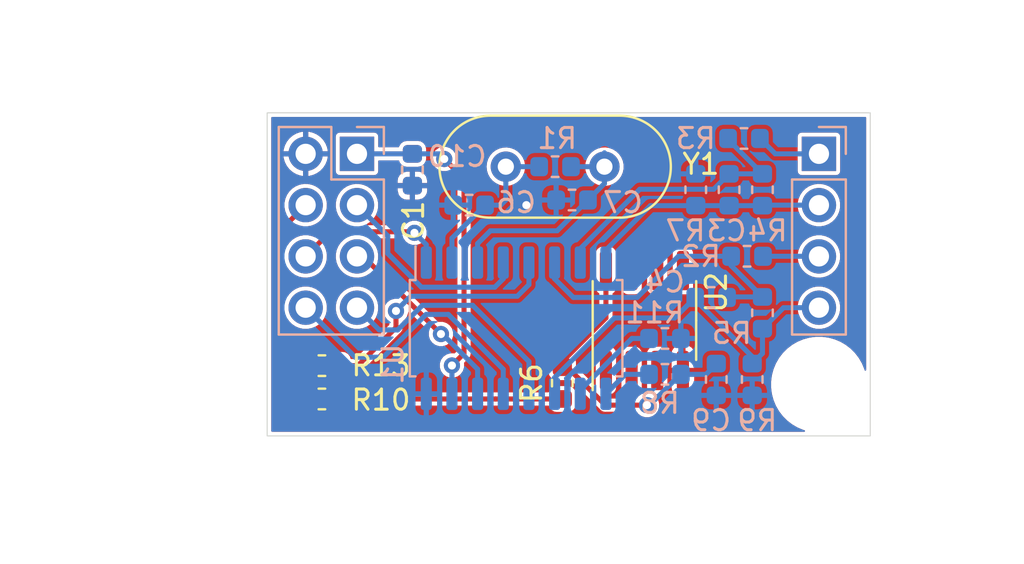
<source format=kicad_pcb>
(kicad_pcb (version 20200628) (host pcbnew "(5.99.0-2364-g42a2f1346)")
  (layers (0 "F.Cu" signal) (31 "B.Cu" signal) (34 "B.Paste" user) (35 "F.Paste" user) (36 "B.SilkS" user) (37 "F.SilkS" user) (38 "B.Mask" user) (39 "F.Mask" user) (44 "Edge.Cuts" user))
  (net 0 "")
  (net 1 "Net-(C3-Pad2)")
  (net 2 "/AIN2-")
  (net 3 "Net-(C4-Pad2)")
  (net 4 "/AIN1+")
  (net 5 "GND")
  (net 6 "+5V")
  (net 7 "Net-(C7-Pad2)")
  (net 8 "Net-(C6-Pad2)")
  (net 9 "Net-(C9-Pad1)")
  (net 10 "/AIN2+")
  (net 11 "/AIN1-")
  (net 12 "/~DRDY")
  (net 13 "/MISO")
  (net 14 "/MOSI")
  (net 15 "/SCLK")
  (net 16 "/~CS")
  (net 17 "/~RESET")
  (net 18 "Net-(R10-Pad2)")
  (net 19 "/V_REF_IN+")
  (net 20 "/V_REF_IN-")
  (module "MountingHole:MountingHole_2.2mm_M2_ISO7380" (layer "F.Cu") (at 134.62 133.35)
    (fp_text reference "H1" hide)
    (fp_text value "MountingHole" hide)
    (pad "" np_thru_hole circle (at 0 0) (size 2.2 2.2) (drill 2.2) (layers *.Cu *.Mask) (clearance 1.27))
  )
  (module "Resistor_SMD:R_0603_1608Metric" (layer "B.Cu") (at 121.5644 122.555)
    (fp_text reference "R1" (at 0.1016 -1.397) (layer "B.SilkS") (effects (justify mirror)))
    (fp_text value "R")
    (fp_line (start -0.162779 -0.51) (end 0.162779 -0.51) (layer "B.SilkS") (width 0.12))
    (fp_line (start -0.162779 0.51) (end 0.162779 0.51) (layer "B.SilkS") (width 0.12))
    (pad "2" smd roundrect (at 0.7875 0) (size 0.875 0.95) (layers "B.Cu" "B.Paste" "B.Mask") (net 7 "Net-(C7-Pad2)"))
    (pad "1" smd roundrect (at -0.7875 0) (size 0.875 0.95) (layers "B.Cu" "B.Paste" "B.Mask") (net 8 "Net-(C6-Pad2)"))
  )
  (module "Crystal:Crystal_HC49-4H_Vertical" (layer "F.Cu") (at 119.126 122.555)
    (fp_text reference "Y1" (at 9.652 -0.127) (layer "F.SilkS"))
    (fp_text value "Crystal")
    (fp_arc (start 5.64 0) (end 5.64 -2.525) (angle 180) (layer "F.SilkS") (width 0.12))
    (fp_arc (start -0.76 0) (end -0.76 -2.525) (angle -180) (layer "F.SilkS") (width 0.12))
    (fp_line (start -0.76 2.525) (end 5.64 2.525) (layer "F.SilkS") (width 0.12))
    (fp_line (start -0.76 -2.525) (end 5.64 -2.525) (layer "F.SilkS") (width 0.12))
    (pad "2" thru_hole circle (at 4.88 0) (size 1.5 1.5) (drill 0.8) (layers *.Cu *.Mask) (net 7 "Net-(C7-Pad2)"))
    (pad "1" thru_hole circle (at 0 0) (size 1.5 1.5) (drill 0.8) (layers *.Cu *.Mask) (net 8 "Net-(C6-Pad2)"))
  )
  (module "Package_SO:SOIC-8_3.9x4.9mm_P1.27mm" (layer "F.Cu") (at 125.984 130.175 90)
    (fp_text reference "U2" (at 1.397 3.556 90) (layer "F.SilkS"))
    (fp_text value "LM285D-2.5")
    (fp_line (start 0 -2.56) (end -3.45 -2.56) (layer "F.SilkS") (width 0.12))
    (fp_line (start 0 -2.56) (end 1.95 -2.56) (layer "F.SilkS") (width 0.12))
    (fp_line (start 0 2.56) (end -1.95 2.56) (layer "F.SilkS") (width 0.12))
    (fp_line (start 0 2.56) (end 1.95 2.56) (layer "F.SilkS") (width 0.12))
    (pad "8" smd roundrect (at 2.475 -1.905 90) (size 1.95 0.6) (layers "F.Cu" "F.Paste" "F.Mask") (net 9 "Net-(C9-Pad1)"))
    (pad "7" smd roundrect (at 2.475 -0.635 90) (size 1.95 0.6) (layers "F.Cu" "F.Paste" "F.Mask"))
    (pad "6" smd roundrect (at 2.475 0.635 90) (size 1.95 0.6) (layers "F.Cu" "F.Paste" "F.Mask"))
    (pad "5" smd roundrect (at 2.475 1.905 90) (size 1.95 0.6) (layers "F.Cu" "F.Paste" "F.Mask"))
    (pad "4" smd roundrect (at -2.475 1.905 90) (size 1.95 0.6) (layers "F.Cu" "F.Paste" "F.Mask") (net 5 "GND"))
    (pad "3" smd roundrect (at -2.475 0.635 90) (size 1.95 0.6) (layers "F.Cu" "F.Paste" "F.Mask"))
    (pad "2" smd roundrect (at -2.475 -0.635 90) (size 1.95 0.6) (layers "F.Cu" "F.Paste" "F.Mask"))
    (pad "1" smd roundrect (at -2.475 -1.905 90) (size 1.95 0.6) (layers "F.Cu" "F.Paste" "F.Mask"))
  )
  (module "Package_SO:SOIC-16_4.55x10.3mm_P1.27mm" (layer "B.Cu") (at 119.634 130.556 -90)
    (fp_text reference "U1" (at 1.778 6.096 -90) (layer "B.SilkS") (effects (justify mirror)))
    (fp_text value "AD7705")
    (fp_line (start -2.385 4.98) (end -4.05 4.98) (layer "B.SilkS") (width 0.12))
    (fp_line (start -2.385 5.26) (end -2.385 4.98) (layer "B.SilkS") (width 0.12))
    (fp_line (start 0 5.26) (end -2.385 5.26) (layer "B.SilkS") (width 0.12))
    (fp_line (start 2.385 5.26) (end 2.385 4.98) (layer "B.SilkS") (width 0.12))
    (fp_line (start 0 5.26) (end 2.385 5.26) (layer "B.SilkS") (width 0.12))
    (fp_line (start -2.385 -5.26) (end -2.385 -4.98) (layer "B.SilkS") (width 0.12))
    (fp_line (start 0 -5.26) (end -2.385 -5.26) (layer "B.SilkS") (width 0.12))
    (fp_line (start 2.385 -5.26) (end 2.385 -4.98) (layer "B.SilkS") (width 0.12))
    (fp_line (start 0 -5.26) (end 2.385 -5.26) (layer "B.SilkS") (width 0.12))
    (pad "16" smd roundrect (at 3.25 4.445 270) (size 1.6 0.55) (layers "B.Cu" "B.Paste" "B.Mask") (net 5 "GND"))
    (pad "15" smd roundrect (at 3.25 3.175 270) (size 1.6 0.55) (layers "B.Cu" "B.Paste" "B.Mask") (net 6 "+5V"))
    (pad "14" smd roundrect (at 3.25 1.905 270) (size 1.6 0.55) (layers "B.Cu" "B.Paste" "B.Mask") (net 14 "/MOSI"))
    (pad "13" smd roundrect (at 3.25 0.635 270) (size 1.6 0.55) (layers "B.Cu" "B.Paste" "B.Mask") (net 13 "/MISO"))
    (pad "12" smd roundrect (at 3.25 -0.635 270) (size 1.6 0.55) (layers "B.Cu" "B.Paste" "B.Mask") (net 12 "/~DRDY"))
    (pad "11" smd roundrect (at 3.25 -1.905 270) (size 1.6 0.55) (layers "B.Cu" "B.Paste" "B.Mask") (net 2 "/AIN2-"))
    (pad "10" smd roundrect (at 3.25 -3.175 270) (size 1.6 0.55) (layers "B.Cu" "B.Paste" "B.Mask") (net 20 "/V_REF_IN-"))
    (pad "9" smd roundrect (at 3.25 -4.445 270) (size 1.6 0.55) (layers "B.Cu" "B.Paste" "B.Mask") (net 19 "/V_REF_IN+"))
    (pad "8" smd roundrect (at -3.25 -4.445 270) (size 1.6 0.55) (layers "B.Cu" "B.Paste" "B.Mask") (net 11 "/AIN1-"))
    (pad "7" smd roundrect (at -3.25 -3.175 270) (size 1.6 0.55) (layers "B.Cu" "B.Paste" "B.Mask") (net 1 "Net-(C3-Pad2)"))
    (pad "6" smd roundrect (at -3.25 -1.905 270) (size 1.6 0.55) (layers "B.Cu" "B.Paste" "B.Mask") (net 3 "Net-(C4-Pad2)"))
    (pad "5" smd roundrect (at -3.25 -0.635 270) (size 1.6 0.55) (layers "B.Cu" "B.Paste" "B.Mask") (net 18 "Net-(R10-Pad2)"))
    (pad "4" smd roundrect (at -3.25 0.635 270) (size 1.6 0.55) (layers "B.Cu" "B.Paste" "B.Mask") (net 16 "/~CS"))
    (pad "3" smd roundrect (at -3.25 1.905 270) (size 1.6 0.55) (layers "B.Cu" "B.Paste" "B.Mask") (net 7 "Net-(C7-Pad2)"))
    (pad "2" smd roundrect (at -3.25 3.175 270) (size 1.6 0.55) (layers "B.Cu" "B.Paste" "B.Mask") (net 8 "Net-(C6-Pad2)"))
    (pad "1" smd roundrect (at -3.25 4.445 270) (size 1.6 0.55) (layers "B.Cu" "B.Paste" "B.Mask") (net 15 "/SCLK"))
  )
  (module "Resistor_SMD:R_0603_1608Metric" (layer "B.Cu") (at 127 131.064)
    (fp_text reference "R11" (at -0.508 -1.27) (layer "B.SilkS") (effects (justify mirror)))
    (fp_text value "R")
    (fp_line (start -0.162779 -0.51) (end 0.162779 -0.51) (layer "B.SilkS") (width 0.12))
    (fp_line (start -0.162779 0.51) (end 0.162779 0.51) (layer "B.SilkS") (width 0.12))
    (pad "2" smd roundrect (at 0.7875 0) (size 0.875 0.95) (layers "B.Cu" "B.Paste" "B.Mask") (net 5 "GND"))
    (pad "1" smd roundrect (at -0.7875 0) (size 0.875 0.95) (layers "B.Cu" "B.Paste" "B.Mask") (net 20 "/V_REF_IN-"))
  )
  (module "Resistor_SMD:R_0603_1608Metric" (layer "B.Cu") (at 127 132.842)
    (fp_text reference "R8" (at -0.254 1.43) (layer "B.SilkS") (effects (justify mirror)))
    (fp_text value "R")
    (fp_line (start -0.162779 -0.51) (end 0.162779 -0.51) (layer "B.SilkS") (width 0.12))
    (fp_line (start -0.162779 0.51) (end 0.162779 0.51) (layer "B.SilkS") (width 0.12))
    (pad "2" smd roundrect (at 0.7875 0) (size 0.875 0.95) (layers "B.Cu" "B.Paste" "B.Mask") (net 9 "Net-(C9-Pad1)"))
    (pad "1" smd roundrect (at -0.7875 0) (size 0.875 0.95) (layers "B.Cu" "B.Paste" "B.Mask") (net 19 "/V_REF_IN+"))
  )
  (module "Resistor_SMD:R_0603_1608Metric" (layer "F.Cu") (at 121.92 133.2737 -90)
    (fp_text reference "R6" (at 0 1.524 90) (layer "F.SilkS"))
    (fp_text value "R")
    (fp_line (start -0.162779 0.51) (end 0.162779 0.51) (layer "F.SilkS") (width 0.12))
    (fp_line (start -0.162779 -0.51) (end 0.162779 -0.51) (layer "F.SilkS") (width 0.12))
    (pad "2" smd roundrect (at 0.7875 0 270) (size 0.875 0.95) (layers "F.Cu" "F.Paste" "F.Mask") (net 6 "+5V"))
    (pad "1" smd roundrect (at -0.7875 0 270) (size 0.875 0.95) (layers "F.Cu" "F.Paste" "F.Mask") (net 9 "Net-(C9-Pad1)"))
  )
  (module "Resistor_SMD:R_0603_1608Metric" (layer "F.Cu") (at 110.024896 132.4102)
    (fp_text reference "R13" (at 2.921 0) (layer "F.SilkS"))
    (fp_text value "R")
    (fp_line (start -0.162779 0.51) (end 0.162779 0.51) (layer "F.SilkS") (width 0.12))
    (fp_line (start -0.162779 -0.51) (end 0.162779 -0.51) (layer "F.SilkS") (width 0.12))
    (pad "2" smd roundrect (at 0.7875 0) (size 0.875 0.95) (layers "F.Cu" "F.Paste" "F.Mask") (net 18 "Net-(R10-Pad2)"))
    (pad "1" smd roundrect (at -0.7875 0) (size 0.875 0.95) (layers "F.Cu" "F.Paste" "F.Mask") (net 17 "/~RESET"))
  )
  (module "Resistor_SMD:R_0603_1608Metric" (layer "F.Cu") (at 110.024896 134.0612 180)
    (fp_text reference "R10" (at -2.921 -0.0508 180) (layer "F.SilkS"))
    (fp_text value "R")
    (fp_line (start -0.162779 0.51) (end 0.162779 0.51) (layer "F.SilkS") (width 0.12))
    (fp_line (start -0.162779 -0.51) (end 0.162779 -0.51) (layer "F.SilkS") (width 0.12))
    (pad "2" smd roundrect (at 0.7875 0 180) (size 0.875 0.95) (layers "F.Cu" "F.Paste" "F.Mask") (net 18 "Net-(R10-Pad2)"))
    (pad "1" smd roundrect (at -0.7875 0 180) (size 0.875 0.95) (layers "F.Cu" "F.Paste" "F.Mask") (net 6 "+5V"))
  )
  (module "Resistor_SMD:R_0603_1608Metric" (layer "B.Cu") (at 131.826 129.794 -90)
    (fp_text reference "R5" (at 1.016 1.524) (layer "B.SilkS") (effects (justify mirror)))
    (fp_text value "R")
    (fp_line (start -0.162779 -0.51) (end 0.162779 -0.51) (layer "B.SilkS") (width 0.12))
    (fp_line (start -0.162779 0.51) (end 0.162779 0.51) (layer "B.SilkS") (width 0.12))
    (pad "2" smd roundrect (at 0.7875 0 270) (size 0.875 0.95) (layers "B.Cu" "B.Paste" "B.Mask") (net 2 "/AIN2-"))
    (pad "1" smd roundrect (at -0.7875 0 270) (size 0.875 0.95) (layers "B.Cu" "B.Paste" "B.Mask") (net 3 "Net-(C4-Pad2)"))
  )
  (module "Resistor_SMD:R_0603_1608Metric" (layer "B.Cu") (at 131.826 123.698 -90)
    (fp_text reference "R4" (at 2.032 -0.254) (layer "B.SilkS") (effects (justify mirror)))
    (fp_text value "R")
    (fp_line (start -0.162779 -0.51) (end 0.162779 -0.51) (layer "B.SilkS") (width 0.12))
    (fp_line (start -0.162779 0.51) (end 0.162779 0.51) (layer "B.SilkS") (width 0.12))
    (pad "2" smd roundrect (at 0.7875 0 270) (size 0.875 0.95) (layers "B.Cu" "B.Paste" "B.Mask") (net 11 "/AIN1-"))
    (pad "1" smd roundrect (at -0.7875 0 270) (size 0.875 0.95) (layers "B.Cu" "B.Paste" "B.Mask") (net 1 "Net-(C3-Pad2)"))
  )
  (module "Resistor_SMD:R_0603_1608Metric" (layer "B.Cu") (at 131.318 133.096 90)
    (fp_text reference "R9" (at -2.032 0.254) (layer "B.SilkS") (effects (justify mirror)))
    (fp_text value "R")
    (fp_line (start -0.162779 -0.51) (end 0.162779 -0.51) (layer "B.SilkS") (width 0.12))
    (fp_line (start -0.162779 0.51) (end 0.162779 0.51) (layer "B.SilkS") (width 0.12))
    (pad "2" smd roundrect (at 0.7875 0 90) (size 0.875 0.95) (layers "B.Cu" "B.Paste" "B.Mask") (net 2 "/AIN2-"))
    (pad "1" smd roundrect (at -0.7875 0 90) (size 0.875 0.95) (layers "B.Cu" "B.Paste" "B.Mask") (net 5 "GND"))
  )
  (module "Resistor_SMD:R_0603_1608Metric" (layer "B.Cu") (at 131.064 126.992339 180)
    (fp_text reference "R2" (at 2.286 -0.007661 180) (layer "B.SilkS") (effects (justify mirror)))
    (fp_text value "R")
    (fp_line (start -0.162779 -0.51) (end 0.162779 -0.51) (layer "B.SilkS") (width 0.12))
    (fp_line (start -0.162779 0.51) (end 0.162779 0.51) (layer "B.SilkS") (width 0.12))
    (pad "2" smd roundrect (at 0.7875 0 180) (size 0.875 0.95) (layers "B.Cu" "B.Paste" "B.Mask") (net 3 "Net-(C4-Pad2)"))
    (pad "1" smd roundrect (at -0.7875 0 180) (size 0.875 0.95) (layers "B.Cu" "B.Paste" "B.Mask") (net 10 "/AIN2+"))
  )
  (module "Resistor_SMD:R_0603_1608Metric" (layer "B.Cu") (at 128.524 123.698 -90)
    (fp_text reference "R7" (at 2.032 0.508) (layer "B.SilkS") (effects (justify mirror)))
    (fp_text value "R")
    (fp_line (start -0.162779 -0.51) (end 0.162779 -0.51) (layer "B.SilkS") (width 0.12))
    (fp_line (start -0.162779 0.51) (end 0.162779 0.51) (layer "B.SilkS") (width 0.12))
    (pad "2" smd roundrect (at 0.7875 0 270) (size 0.875 0.95) (layers "B.Cu" "B.Paste" "B.Mask") (net 11 "/AIN1-"))
    (pad "1" smd roundrect (at -0.7875 0 270) (size 0.875 0.95) (layers "B.Cu" "B.Paste" "B.Mask") (net 5 "GND"))
  )
  (module "Resistor_SMD:R_0603_1608Metric" (layer "B.Cu") (at 130.9115 121.158 180)
    (fp_text reference "R3" (at 2.3875 0 180) (layer "B.SilkS") (effects (justify mirror)))
    (fp_text value "R")
    (fp_line (start -0.162779 -0.51) (end 0.162779 -0.51) (layer "B.SilkS") (width 0.12))
    (fp_line (start -0.162779 0.51) (end 0.162779 0.51) (layer "B.SilkS") (width 0.12))
    (pad "2" smd roundrect (at 0.7875 0 180) (size 0.875 0.95) (layers "B.Cu" "B.Paste" "B.Mask") (net 1 "Net-(C3-Pad2)"))
    (pad "1" smd roundrect (at -0.7875 0 180) (size 0.875 0.95) (layers "B.Cu" "B.Paste" "B.Mask") (net 4 "/AIN1+"))
  )
  (module "Connector_PinHeader_2.54mm:PinHeader_2x04_P2.54mm_Vertical" (layer "B.Cu") (at 111.76 121.92 180)
    (fp_text reference "J2")
    (fp_text value "Conn_02x04_Odd_Even")
    (fp_line (start -1.33 1.33) (end 0 1.33) (layer "B.SilkS") (width 0.12))
    (fp_line (start -1.33 0) (end -1.33 1.33) (layer "B.SilkS") (width 0.12))
    (fp_line (start 1.27 1.33) (end 3.87 1.33) (layer "B.SilkS") (width 0.12))
    (fp_line (start 1.27 -1.27) (end 1.27 1.33) (layer "B.SilkS") (width 0.12))
    (fp_line (start -1.33 -1.27) (end 1.27 -1.27) (layer "B.SilkS") (width 0.12))
    (fp_line (start 3.87 1.33) (end 3.87 -8.95) (layer "B.SilkS") (width 0.12))
    (fp_line (start -1.33 -1.27) (end -1.33 -8.95) (layer "B.SilkS") (width 0.12))
    (fp_line (start -1.33 -8.95) (end 3.87 -8.95) (layer "B.SilkS") (width 0.12))
    (pad "8" thru_hole oval (at 2.54 -7.62 180) (size 1.7 1.7) (drill 1) (layers *.Cu *.Mask) (net 13 "/MISO"))
    (pad "7" thru_hole oval (at 0 -7.62 180) (size 1.7 1.7) (drill 1) (layers *.Cu *.Mask) (net 12 "/~DRDY"))
    (pad "6" thru_hole oval (at 2.54 -5.08 180) (size 1.7 1.7) (drill 1) (layers *.Cu *.Mask) (net 15 "/SCLK"))
    (pad "5" thru_hole oval (at 0 -5.08 180) (size 1.7 1.7) (drill 1) (layers *.Cu *.Mask) (net 14 "/MOSI"))
    (pad "4" thru_hole oval (at 2.54 -2.54 180) (size 1.7 1.7) (drill 1) (layers *.Cu *.Mask) (net 17 "/~RESET"))
    (pad "3" thru_hole oval (at 0 -2.54 180) (size 1.7 1.7) (drill 1) (layers *.Cu *.Mask) (net 16 "/~CS"))
    (pad "2" thru_hole oval (at 2.54 0 180) (size 1.7 1.7) (drill 1) (layers *.Cu *.Mask) (net 5 "GND"))
    (pad "1" thru_hole rect (at 0 0 180) (size 1.7 1.7) (drill 1) (layers *.Cu *.Mask) (net 6 "+5V"))
  )
  (module "Connector_PinHeader_2.54mm:PinHeader_1x04_P2.54mm_Vertical" (layer "B.Cu") (at 134.62 121.92 180)
    (fp_text reference "J1")
    (fp_text value "Conn_01x04")
    (fp_line (start -1.33 1.33) (end 0 1.33) (layer "B.SilkS") (width 0.12))
    (fp_line (start -1.33 0) (end -1.33 1.33) (layer "B.SilkS") (width 0.12))
    (fp_line (start -1.33 -1.27) (end 1.33 -1.27) (layer "B.SilkS") (width 0.12))
    (fp_line (start 1.33 -1.27) (end 1.33 -8.95) (layer "B.SilkS") (width 0.12))
    (fp_line (start -1.33 -1.27) (end -1.33 -8.95) (layer "B.SilkS") (width 0.12))
    (fp_line (start -1.33 -8.95) (end 1.33 -8.95) (layer "B.SilkS") (width 0.12))
    (pad "4" thru_hole oval (at 0 -7.62 180) (size 1.7 1.7) (drill 1) (layers *.Cu *.Mask) (net 2 "/AIN2-"))
    (pad "3" thru_hole oval (at 0 -5.08 180) (size 1.7 1.7) (drill 1) (layers *.Cu *.Mask) (net 10 "/AIN2+"))
    (pad "2" thru_hole oval (at 0 -2.54 180) (size 1.7 1.7) (drill 1) (layers *.Cu *.Mask) (net 11 "/AIN1-"))
    (pad "1" thru_hole rect (at 0 0 180) (size 1.7 1.7) (drill 1) (layers *.Cu *.Mask) (net 4 "/AIN1+"))
  )
  (module "Capacitor_SMD:C_0603_1608Metric" (layer "B.Cu") (at 129.54 133.096 -90)
    (fp_text reference "C9" (at 2.032 0.254) (layer "B.SilkS") (effects (justify mirror)))
    (fp_text value "C")
    (fp_line (start -0.162779 -0.51) (end 0.162779 -0.51) (layer "B.SilkS") (width 0.12))
    (fp_line (start -0.162779 0.51) (end 0.162779 0.51) (layer "B.SilkS") (width 0.12))
    (pad "2" smd roundrect (at 0.7875 0 270) (size 0.875 0.95) (layers "B.Cu" "B.Paste" "B.Mask") (net 5 "GND"))
    (pad "1" smd roundrect (at -0.7875 0 270) (size 0.875 0.95) (layers "B.Cu" "B.Paste" "B.Mask") (net 9 "Net-(C9-Pad1)"))
  )
  (module "Capacitor_SMD:C_0603_1608Metric" (layer "B.Cu") (at 122.4025 124.206)
    (fp_text reference "C7" (at 2.5147 0.127 180) (layer "B.SilkS") (effects (justify mirror)))
    (fp_text value "C")
    (fp_line (start -0.162779 -0.51) (end 0.162779 -0.51) (layer "B.SilkS") (width 0.12))
    (fp_line (start -0.162779 0.51) (end 0.162779 0.51) (layer "B.SilkS") (width 0.12))
    (pad "2" smd roundrect (at 0.7875 0) (size 0.875 0.95) (layers "B.Cu" "B.Paste" "B.Mask") (net 7 "Net-(C7-Pad2)"))
    (pad "1" smd roundrect (at -0.7875 0) (size 0.875 0.95) (layers "B.Cu" "B.Paste" "B.Mask") (net 5 "GND"))
  )
  (module "Capacitor_SMD:C_0603_1608Metric" (layer "B.Cu") (at 117.310074 124.46)
    (fp_text reference "C6" (at 2.323926 -0.127 180) (layer "B.SilkS") (effects (justify mirror)))
    (fp_text value "C")
    (fp_line (start -0.162779 -0.51) (end 0.162779 -0.51) (layer "B.SilkS") (width 0.12))
    (fp_line (start -0.162779 0.51) (end 0.162779 0.51) (layer "B.SilkS") (width 0.12))
    (pad "2" smd roundrect (at 0.7875 0) (size 0.875 0.95) (layers "B.Cu" "B.Paste" "B.Mask") (net 8 "Net-(C6-Pad2)"))
    (pad "1" smd roundrect (at -0.7875 0) (size 0.875 0.95) (layers "B.Cu" "B.Paste" "B.Mask") (net 5 "GND"))
  )
  (module "Capacitor_SMD:C_0603_1608Metric" (layer "B.Cu") (at 114.5032 122.7075 -90)
    (fp_text reference "C10" (at -0.6605 -2.2098 180) (layer "B.SilkS") (effects (justify mirror)))
    (fp_text value "C")
    (fp_line (start -0.162779 -0.51) (end 0.162779 -0.51) (layer "B.SilkS") (width 0.12))
    (fp_line (start -0.162779 0.51) (end 0.162779 0.51) (layer "B.SilkS") (width 0.12))
    (pad "2" smd roundrect (at 0.7875 0 270) (size 0.875 0.95) (layers "B.Cu" "B.Paste" "B.Mask") (net 5 "GND"))
    (pad "1" smd roundrect (at -0.7875 0 270) (size 0.875 0.95) (layers "B.Cu" "B.Paste" "B.Mask") (net 6 "+5V"))
  )
  (module "Capacitor_SMD:C_0603_1608Metric" (layer "F.Cu") (at 114.5032 122.7075 -90)
    (fp_text reference "C1" (at 2.5145 -0.0508 90) (layer "F.SilkS"))
    (fp_text value "C")
    (fp_line (start -0.162779 0.51) (end 0.162779 0.51) (layer "F.SilkS") (width 0.12))
    (fp_line (start -0.162779 -0.51) (end 0.162779 -0.51) (layer "F.SilkS") (width 0.12))
    (pad "2" smd roundrect (at 0.7875 0 270) (size 0.875 0.95) (layers "F.Cu" "F.Paste" "F.Mask") (net 5 "GND"))
    (pad "1" smd roundrect (at -0.7875 0 270) (size 0.875 0.95) (layers "F.Cu" "F.Paste" "F.Mask") (net 6 "+5V"))
  )
  (module "Capacitor_SMD:C_0603_1608Metric" (layer "B.Cu") (at 129.286 129.032)
    (fp_text reference "C4" (at -2.286 -0.762) (layer "B.SilkS") (effects (justify mirror)))
    (fp_text value "C")
    (fp_line (start -0.162779 -0.51) (end 0.162779 -0.51) (layer "B.SilkS") (width 0.12))
    (fp_line (start -0.162779 0.51) (end 0.162779 0.51) (layer "B.SilkS") (width 0.12))
    (pad "2" smd roundrect (at 0.7875 0) (size 0.875 0.95) (layers "B.Cu" "B.Paste" "B.Mask") (net 3 "Net-(C4-Pad2)"))
    (pad "1" smd roundrect (at -0.7875 0) (size 0.875 0.95) (layers "B.Cu" "B.Paste" "B.Mask") (net 2 "/AIN2-"))
  )
  (module "Capacitor_SMD:C_0603_1608Metric" (layer "B.Cu") (at 130.175 123.698 90)
    (fp_text reference "C3" (at -2.032 -0.127) (layer "B.SilkS") (effects (justify mirror)))
    (fp_text value "C")
    (fp_line (start -0.162779 -0.51) (end 0.162779 -0.51) (layer "B.SilkS") (width 0.12))
    (fp_line (start -0.162779 0.51) (end 0.162779 0.51) (layer "B.SilkS") (width 0.12))
    (pad "2" smd roundrect (at 0.7875 0 90) (size 0.875 0.95) (layers "B.Cu" "B.Paste" "B.Mask") (net 1 "Net-(C3-Pad2)"))
    (pad "1" smd roundrect (at -0.7875 0 90) (size 0.875 0.95) (layers "B.Cu" "B.Paste" "B.Mask") (net 11 "/AIN1-"))
  )
  (gr_rect (start 107.315 119.888) (end 137.16 135.89) (layer "Edge.Cuts") (width 0.05))
  (segment (start 120.269 127.306) (end 120.269 128.397) (width 0.25) (layer "B.Cu") (net 18))
  (segment (start 113.689973 130.520978) (end 113.689973 129.701293) (width 0.25) (layer "F.Cu") (net 18))
  (segment (start 111.800751 132.4102) (end 113.689973 130.520978) (width 0.25) (layer "F.Cu") (net 18))
  (via (at 113.689973 129.701293) (size 0.8) (drill 0.4) (layers "F.Cu" "B.Cu") (net 18))
  (segment (start 112.070507 127) (end 115.914856 130.844349) (width 0.25) (layer "F.Cu") (net 14))
  (segment (start 119.691989 128.974011) (end 114.417255 128.974011) (width 0.25) (layer "B.Cu") (net 18))
  (segment (start 120.269 128.397) (end 119.691989 128.974011) (width 0.25) (layer "B.Cu") (net 18))
  (segment (start 114.417255 128.974011) (end 113.689973 129.701293) (width 0.25) (layer "B.Cu") (net 18))
  (segment (start 111.76 127) (end 112.070507 127) (width 0.25) (layer "F.Cu") (net 14))
  (segment (start 110.812396 132.4102) (end 111.800751 132.4102) (width 0.25) (layer "F.Cu") (net 18))
  (segment (start 117.729 132.588) (end 115.985349 130.844349) (width 0.25) (layer "B.Cu") (net 14))
  (segment (start 117.729 133.806) (end 117.729 132.588) (width 0.25) (layer "B.Cu") (net 14))
  (segment (start 115.985349 130.844349) (end 115.914856 130.844349) (width 0.25) (layer "B.Cu") (net 14))
  (segment (start 117.057001 131.804159) (end 116.459 132.40216) (width 0.25) (layer "F.Cu") (net 6))
  (segment (start 116.078 122.174) (end 117.057001 123.153001) (width 0.25) (layer "F.Cu") (net 6))
  (segment (start 117.057001 123.153001) (end 117.057001 131.804159) (width 0.25) (layer "F.Cu") (net 6))
  (segment (start 116.459 133.806) (end 116.459 132.40216) (width 0.25) (layer "B.Cu") (net 6))
  (via (at 116.459 132.40216) (size 0.8) (drill 0.4) (layers "F.Cu" "B.Cu") (net 6))
  (segment (start 117.729 126.365) (end 118.364 125.73) (width 0.25) (layer "B.Cu") (net 7))
  (segment (start 117.729 127.306) (end 117.729 126.365) (width 0.25) (layer "B.Cu") (net 7))
  (segment (start 118.364 125.73) (end 121.666 125.73) (width 0.25) (layer "B.Cu") (net 7))
  (segment (start 121.666 125.73) (end 123.19 124.206) (width 0.25) (layer "B.Cu") (net 7))
  (segment (start 117.486022 129.424022) (end 114.992563 129.424022) (width 0.25) (layer "B.Cu") (net 12))
  (segment (start 114.992563 129.424022) (end 113.776585 130.64) (width 0.25) (layer "B.Cu") (net 12))
  (segment (start 113.776585 130.64) (end 112.86 130.64) (width 0.25) (layer "B.Cu") (net 12))
  (segment (start 120.269 133.806) (end 120.269 132.207) (width 0.25) (layer "B.Cu") (net 12))
  (segment (start 120.269 132.207) (end 117.486022 129.424022) (width 0.25) (layer "B.Cu") (net 12))
  (segment (start 112.86 130.64) (end 111.76 129.54) (width 0.25) (layer "B.Cu") (net 12))
  (segment (start 116.2808 129.874033) (end 115.178963 129.874033) (width 0.25) (layer "B.Cu") (net 13))
  (segment (start 118.999 127.306) (end 118.999 128.106) (width 0.25) (layer "B.Cu") (net 16))
  (segment (start 111.672527 131.992527) (end 109.22 129.54) (width 0.25) (layer "B.Cu") (net 13))
  (segment (start 118.999 133.806) (end 118.999 132.592233) (width 0.25) (layer "B.Cu") (net 13))
  (segment (start 114.950604 128.524) (end 113.284 126.857396) (width 0.25) (layer "B.Cu") (net 16))
  (segment (start 115.178963 129.874033) (end 113.060469 131.992527) (width 0.25) (layer "B.Cu") (net 13))
  (segment (start 113.284 126.857396) (end 113.284 125.984) (width 0.25) (layer "B.Cu") (net 16))
  (segment (start 113.284 125.984) (end 111.76 124.46) (width 0.25) (layer "B.Cu") (net 16))
  (via (at 115.914856 130.844349) (size 0.8) (drill 0.4) (layers "F.Cu" "B.Cu") (net 14))
  (segment (start 113.060469 131.992527) (end 111.672527 131.992527) (width 0.25) (layer "B.Cu") (net 13))
  (segment (start 118.581 128.524) (end 114.950604 128.524) (width 0.25) (layer "B.Cu") (net 16))
  (segment (start 118.999 132.592233) (end 116.2808 129.874033) (width 0.25) (layer "B.Cu") (net 13))
  (segment (start 118.999 128.106) (end 118.581 128.524) (width 0.25) (layer "B.Cu") (net 16))
  (segment (start 132.8675 129.54) (end 134.62 129.54) (width 0.25) (layer "B.Cu") (net 2))
  (segment (start 131.826 130.5815) (end 132.8675 129.54) (width 0.25) (layer "B.Cu") (net 2))
  (segment (start 111.76 127) (end 111.76 127.508) (width 0.25) (layer "B.Cu") (net 14))
  (segment (start 114.5032 121.92) (end 115.824 121.92) (width 0.25) (layer "B.Cu") (net 6))
  (segment (start 115.824 121.92) (end 116.078 122.174) (width 0.25) (layer "B.Cu") (net 6))
  (via (at 116.078 122.174) (size 0.8) (drill 0.4) (layers "F.Cu" "B.Cu") (net 6))
  (segment (start 116.459 134.0358) (end 116.4844 134.0612) (width 0.25) (layer "F.Cu") (net 6))
  (via (at 120.142 124.46) (size 0.8) (drill 0.4) (layers "F.Cu" "B.Cu") (net 5))
  (segment (start 126.276 124.4855) (end 124.079 126.6825) (width 0.25) (layer "B.Cu") (net 11))
  (segment (start 128.524 124.4855) (end 126.276 124.4855) (width 0.25) (layer "B.Cu") (net 11))
  (segment (start 124.079 126.6825) (end 124.079 127.306) (width 0.25) (layer "B.Cu") (net 11))
  (segment (start 129.41249 123.67301) (end 125.75499 123.67301) (width 0.25) (layer "B.Cu") (net 1))
  (segment (start 130.175 122.9105) (end 129.41249 123.67301) (width 0.25) (layer "B.Cu") (net 1))
  (segment (start 125.75499 123.67301) (end 122.809 126.619) (width 0.25) (layer "B.Cu") (net 1))
  (segment (start 122.809 126.619) (end 122.809 127.306) (width 0.25) (layer "B.Cu") (net 1))
  (segment (start 124.006 123.39) (end 123.19 124.206) (width 0.25) (layer "B.Cu") (net 7))
  (segment (start 118.097574 124.46) (end 116.459 126.098574) (width 0.25) (layer "B.Cu") (net 8))
  (segment (start 116.459 126.098574) (end 116.459 127.306) (width 0.25) (layer "B.Cu") (net 8))
  (segment (start 118.097574 124.46) (end 118.872 124.46) (width 0.25) (layer "B.Cu") (net 8))
  (segment (start 118.872 124.46) (end 119.126 124.206) (width 0.25) (layer "B.Cu") (net 8))
  (segment (start 124.006 123.39) (end 124.006 122.555) (width 0.25) (layer "B.Cu") (net 7))
  (segment (start 131.318 131.96575) (end 128.4985 129.14625) (width 0.25) (layer "B.Cu") (net 2))
  (segment (start 128.4985 129.14625) (end 128.4985 129.032) (width 0.25) (layer "B.Cu") (net 2))
  (segment (start 131.318 132.3085) (end 131.318 131.96575) (width 0.25) (layer "B.Cu") (net 2))
  (segment (start 131.826 130.5815) (end 131.826 131.8005) (width 0.25) (layer "B.Cu") (net 2))
  (segment (start 131.826 131.8005) (end 131.318 132.3085) (width 0.25) (layer "B.Cu") (net 2))
  (segment (start 131.572 130.8355) (end 131.826 130.5815) (width 0.25) (layer "B.Cu") (net 2))
  (segment (start 129.54 132.334) (end 129.032 132.842) (width 0.25) (layer "B.Cu") (net 9))
  (segment (start 129.032 132.842) (end 127.7875 132.842) (width 0.25) (layer "B.Cu") (net 9))
  (segment (start 121.539 128.106) (end 122.465 129.032) (width 0.25) (layer "B.Cu") (net 3))
  (segment (start 121.539 127.306) (end 121.539 128.106) (width 0.25) (layer "B.Cu") (net 3))
  (segment (start 122.465 129.032) (end 125.6284 129.032) (width 0.25) (layer "B.Cu") (net 3))
  (segment (start 125.6284 129.032) (end 127.668061 126.992339) (width 0.25) (layer "B.Cu") (net 3))
  (segment (start 127.668061 126.992339) (end 130.2765 126.992339) (width 0.25) (layer "B.Cu") (net 3))
  (segment (start 121.539 133.006) (end 124.497 130.048) (width 0.25) (layer "B.Cu") (net 2))
  (segment (start 127.4825 130.048) (end 128.4985 129.032) (width 0.25) (layer "B.Cu") (net 2))
  (segment (start 121.539 133.806) (end 121.539 133.006) (width 0.25) (layer "B.Cu") (net 2))
  (segment (start 124.497 130.048) (end 127.4825 130.048) (width 0.25) (layer "B.Cu") (net 2))
  (segment (start 116.4844 134.0612) (end 118.618 134.0612) (width 0.25) (layer "F.Cu") (net 6))
  (segment (start 110.812396 134.0612) (end 116.4844 134.0612) (width 0.25) (layer "F.Cu") (net 6))
  (segment (start 121.3104 134.0612) (end 121.92 134.0612) (width 0.25) (layer "F.Cu") (net 6))
  (segment (start 118.618 134.0612) (end 121.3104 134.0612) (width 0.25) (layer "F.Cu") (net 6))
  (segment (start 116.459 127.306) (end 116.459 126.873) (width 0.25) (layer "B.Cu") (net 8))
  (segment (start 119.126 124.206) (end 119.126 122.555) (width 0.25) (layer "B.Cu") (net 8))
  (segment (start 111.76 121.92) (end 114.5032 121.92) (width 0.25) (layer "B.Cu") (net 6))
  (segment (start 108.8136 132.4102) (end 107.95 131.5466) (width 0.25) (layer "F.Cu") (net 17))
  (segment (start 109.237396 132.4102) (end 108.8136 132.4102) (width 0.25) (layer "F.Cu") (net 17))
  (segment (start 107.95 125.73) (end 109.22 124.46) (width 0.25) (layer "F.Cu") (net 17))
  (segment (start 107.95 131.5466) (end 107.95 125.73) (width 0.25) (layer "F.Cu") (net 17))
  (segment (start 111.76 121.92) (end 114.5032 121.92) (width 0.25) (layer "F.Cu") (net 6))
  (via (at 114.6048 125.8316) (size 0.8) (drill 0.4) (layers "F.Cu" "B.Cu") (net 15))
  (segment (start 114.6048 125.8316) (end 114.554 125.7808) (width 0.25) (layer "F.Cu") (net 15))
  (segment (start 115.189 126.4158) (end 114.6048 125.8316) (width 0.25) (layer "B.Cu") (net 15))
  (segment (start 115.189 127.306) (end 115.189 126.4158) (width 0.25) (layer "B.Cu") (net 15))
  (segment (start 110.4392 125.7808) (end 109.22 127) (width 0.25) (layer "F.Cu") (net 15))
  (segment (start 114.554 125.7808) (end 110.4392 125.7808) (width 0.25) (layer "F.Cu") (net 15))
  (segment (start 122.3519 122.555) (end 124.006 122.555) (width 0.25) (layer "B.Cu") (net 7))
  (segment (start 119.126 122.555) (end 120.7769 122.555) (width 0.25) (layer "B.Cu") (net 8))
  (segment (start 124.0028 122.5518) (end 124.006 122.555) (width 0.25) (layer "B.Cu") (net 7))
  (segment (start 124.006 122.555) (end 124.006 121.866) (width 0.25) (layer "B.Cu") (net 7))
  (segment (start 130.175 124.4855) (end 128.524 124.4855) (width 0.25) (layer "B.Cu") (net 11))
  (segment (start 131.826 124.4855) (end 130.175 124.4855) (width 0.25) (layer "B.Cu") (net 11))
  (segment (start 134.62 124.46) (end 131.8515 124.46) (width 0.25) (layer "B.Cu") (net 11))
  (segment (start 131.8515 124.46) (end 131.826 124.4855) (width 0.25) (layer "B.Cu") (net 11))
  (segment (start 131.826 122.9105) (end 130.175 122.9105) (width 0.25) (layer "B.Cu") (net 1))
  (segment (start 130.124 121.158) (end 130.124 121.2085) (width 0.25) (layer "B.Cu") (net 1))
  (segment (start 130.124 121.2085) (end 131.826 122.9105) (width 0.25) (layer "B.Cu") (net 1))
  (segment (start 134.62 121.92) (end 132.461 121.92) (width 0.25) (layer "B.Cu") (net 4))
  (segment (start 132.461 121.92) (end 131.699 121.158) (width 0.25) (layer "B.Cu") (net 4))
  (segment (start 131.826 129.0065) (end 130.099 129.0065) (width 0.25) (layer "B.Cu") (net 3))
  (segment (start 130.099 129.0065) (end 130.0735 129.032) (width 0.25) (layer "B.Cu") (net 3))
  (segment (start 130.2765 126.992339) (end 130.2765 127.457) (width 0.25) (layer "B.Cu") (net 3))
  (segment (start 130.2765 127.457) (end 131.826 129.0065) (width 0.25) (layer "B.Cu") (net 3))
  (segment (start 131.8515 126.992339) (end 134.612339 126.992339) (width 0.25) (layer "B.Cu") (net 10))
  (segment (start 134.612339 126.992339) (end 134.62 127) (width 0.25) (layer "B.Cu") (net 10))
  (segment (start 131.8005 129.032) (end 131.826 129.0065) (width 0.25) (layer "B.Cu") (net 3))
  (segment (start 130.2765 128.829) (end 130.0735 129.032) (width 0.25) (layer "B.Cu") (net 3))
  (segment (start 121.92 132.4355) (end 121.92 132.207) (width 0.25) (layer "F.Cu") (net 9))
  (segment (start 121.92 132.207) (end 124.079 130.048) (width 0.25) (layer "F.Cu") (net 9))
  (segment (start 124.079 130.048) (end 124.079 127.7) (width 0.25) (layer "F.Cu") (net 9))
  (segment (start 124.048858 134.366) (end 122.118358 132.4355) (width 0.25) (layer "F.Cu") (net 9))
  (segment (start 126.111 134.366) (end 124.048858 134.366) (width 0.25) (layer "F.Cu") (net 9))
  (segment (start 122.118358 132.4355) (end 121.92 132.4355) (width 0.25) (layer "F.Cu") (net 9))
  (segment (start 126.2125 131.064) (end 125.364604 131.064) (width 0.25) (layer "B.Cu") (net 20))
  (segment (start 125.364604 131.064) (end 122.809 133.619604) (width 0.25) (layer "B.Cu") (net 20))
  (segment (start 122.809 133.619604) (end 122.809 133.806) (width 0.25) (layer "B.Cu") (net 20))
  (via (at 126.111 134.366) (size 0.8) (drill 0.4) (layers "F.Cu" "B.Cu") (net 9))
  (segment (start 127.762 132.842) (end 126.238 134.366) (width 0.25) (layer "B.Cu") (net 9))
  (segment (start 126.238 134.366) (end 126.111 134.366) (width 0.25) (layer "B.Cu") (net 9))
  (segment (start 127.7875 132.842) (end 127.762 132.842) (width 0.25) (layer "B.Cu") (net 9))
  (segment (start 126.2125 132.842) (end 125.043 132.842) (width 0.25) (layer "B.Cu") (net 19))
  (segment (start 125.043 132.842) (end 124.079 133.806) (width 0.25) (layer "B.Cu") (net 19))
  (segment (start 110.812396 132.4102) (end 110.812396 132.4862) (width 0.25) (layer "F.Cu") (net 18))
  (segment (start 110.812396 132.4862) (end 109.237396 134.0612) (width 0.25) (layer "F.Cu") (net 18))
  (zone (net 5) (net_name "GND") (layers F&B.Cu) (connect_pads (clearance 0.0762)) (min_thickness 0.0762) (fill yes (thermal_gap 0.254) (thermal_bridge_width 0.254))
    (polygon (pts (xy 144.78 142.24) (xy 96.52 142.24) (xy 96.52 114.3) (xy 144.78 114.3)))
  )
)
</source>
